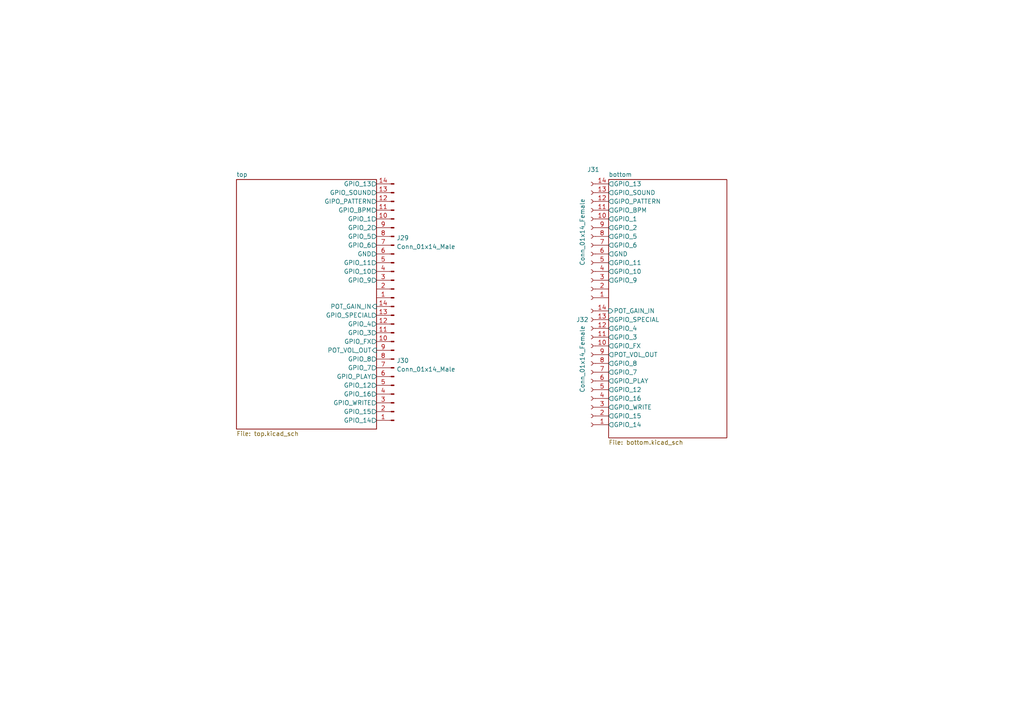
<source format=kicad_sch>
(kicad_sch (version 20211123) (generator eeschema)
  (paper "A4")
  (title_block (title "Pocket Operator MIDI Adapter") (rev "3.4") (company "Hanz Tech Inc"))
  (lib_symbols
    (symbol "Connector:Conn_01x14_Female" (pin_names (offset 1.016) hide)
      (property "Reference" "J" (at 0 17.78 0))
      (property "Value" "Conn_01x14_Female" (at 0 -20.32 0))
      (symbol "Conn_01x14_Female_1_1"
        (arc (start 0 -17.272) (mid -0.508 -17.78) (end 0 -18.288) (stroke (width 0.1524)))
        (arc (start 0 -14.732) (mid -0.508 -15.24) (end 0 -15.748) (stroke (width 0.1524)))
        (arc (start 0 -12.192) (mid -0.508 -12.7) (end 0 -13.208) (stroke (width 0.1524)))
        (arc (start 0 -9.652) (mid -0.508 -10.16) (end 0 -10.668) (stroke (width 0.1524)))
        (arc (start 0 -7.112) (mid -0.508 -7.62) (end 0 -8.128) (stroke (width 0.1524)))
        (arc (start 0 -4.572) (mid -0.508 -5.08) (end 0 -5.588) (stroke (width 0.1524)))
        (arc (start 0 -2.032) (mid -0.508 -2.54) (end 0 -3.048) (stroke (width 0.1524)))
        (polyline (pts (xy -1.27 -17.78) (xy -0.508 -17.78)) (stroke (width 0.1524)))
        (polyline (pts (xy -1.27 -15.24) (xy -0.508 -15.24)) (stroke (width 0.1524)))
        (polyline (pts (xy -1.27 -12.7) (xy -0.508 -12.7)) (stroke (width 0.1524)))
        (polyline (pts (xy -1.27 -10.16) (xy -0.508 -10.16)) (stroke (width 0.1524)))
        (polyline (pts (xy -1.27 -7.62) (xy -0.508 -7.62)) (stroke (width 0.1524)))
        (polyline (pts (xy -1.27 -5.08) (xy -0.508 -5.08)) (stroke (width 0.1524)))
        (polyline (pts (xy -1.27 -2.54) (xy -0.508 -2.54)) (stroke (width 0.1524)))
        (polyline (pts (xy -1.27 0) (xy -0.508 0)) (stroke (width 0.1524)))
        (polyline (pts (xy -1.27 2.54) (xy -0.508 2.54)) (stroke (width 0.1524)))
        (polyline (pts (xy -1.27 5.08) (xy -0.508 5.08)) (stroke (width 0.1524)))
        (polyline (pts (xy -1.27 7.62) (xy -0.508 7.62)) (stroke (width 0.1524)))
        (polyline (pts (xy -1.27 10.16) (xy -0.508 10.16)) (stroke (width 0.1524)))
        (polyline (pts (xy -1.27 12.7) (xy -0.508 12.7)) (stroke (width 0.1524)))
        (polyline (pts (xy -1.27 15.24) (xy -0.508 15.24)) (stroke (width 0.1524)))
        (arc (start 0 0.508) (mid -0.508 0) (end 0 -0.508) (stroke (width 0.1524)))
        (arc (start 0 3.048) (mid -0.508 2.54) (end 0 2.032) (stroke (width 0.1524)))
        (arc (start 0 5.588) (mid -0.508 5.08) (end 0 4.572) (stroke (width 0.1524)))
        (arc (start 0 8.128) (mid -0.508 7.62) (end 0 7.112) (stroke (width 0.1524)))
        (arc (start 0 10.668) (mid -0.508 10.16) (end 0 9.652) (stroke (width 0.1524)))
        (arc (start 0 13.208) (mid -0.508 12.7) (end 0 12.192) (stroke (width 0.1524)))
        (arc (start 0 15.748) (mid -0.508 15.24) (end 0 14.732) (stroke (width 0.1524)))
        (pin passive line (at -5.08 15.24 0) (length 3.81) (name "Pin_1") (number "1"))
        (pin passive line (at -5.08 -7.62 0) (length 3.81) (name "Pin_10") (number "10"))
        (pin passive line (at -5.08 -10.16 0) (length 3.81) (name "Pin_11") (number "11"))
        (pin passive line (at -5.08 -12.7 0) (length 3.81) (name "Pin_12") (number "12"))
        (pin passive line (at -5.08 -15.24 0) (length 3.81) (name "Pin_13") (number "13"))
        (pin passive line (at -5.08 -17.78 0) (length 3.81) (name "Pin_14") (number "14"))
        (pin passive line (at -5.08 12.7 0) (length 3.81) (name "Pin_2") (number "2"))
        (pin passive line (at -5.08 10.16 0) (length 3.81) (name "Pin_3") (number "3"))
        (pin passive line (at -5.08 7.62 0) (length 3.81) (name "Pin_4") (number "4"))
        (pin passive line (at -5.08 5.08 0) (length 3.81) (name "Pin_5") (number "5"))
        (pin passive line (at -5.08 2.54 0) (length 3.81) (name "Pin_6") (number "6"))
        (pin passive line (at -5.08 0 0) (length 3.81) (name "Pin_7") (number "7"))
        (pin passive line (at -5.08 -2.54 0) (length 3.81) (name "Pin_8") (number "8"))
        (pin passive line (at -5.08 -5.08 0) (length 3.81) (name "Pin_9") (number "9"))
      )
    )
    (symbol "Connector:Conn_01x14_Male" (pin_names (offset 1.016) hide)
      (property "Reference" "J" (at 0 17.78 0))
      (property "Value" "Conn_01x14_Male" (at 0 -20.32 0))
      (symbol "Conn_01x14_Male_1_1"
        (polyline (pts (xy 1.27 -17.78) (xy 0.8636 -17.78)) (stroke (width 0.1524)))
        (polyline (pts (xy 1.27 -15.24) (xy 0.8636 -15.24)) (stroke (width 0.1524)))
        (polyline (pts (xy 1.27 -12.7) (xy 0.8636 -12.7)) (stroke (width 0.1524)))
        (polyline (pts (xy 1.27 -10.16) (xy 0.8636 -10.16)) (stroke (width 0.1524)))
        (polyline (pts (xy 1.27 -7.62) (xy 0.8636 -7.62)) (stroke (width 0.1524)))
        (polyline (pts (xy 1.27 -5.08) (xy 0.8636 -5.08)) (stroke (width 0.1524)))
        (polyline (pts (xy 1.27 -2.54) (xy 0.8636 -2.54)) (stroke (width 0.1524)))
        (polyline (pts (xy 1.27 0) (xy 0.8636 0)) (stroke (width 0.1524)))
        (polyline (pts (xy 1.27 2.54) (xy 0.8636 2.54)) (stroke (width 0.1524)))
        (polyline (pts (xy 1.27 5.08) (xy 0.8636 5.08)) (stroke (width 0.1524)))
        (polyline (pts (xy 1.27 7.62) (xy 0.8636 7.62)) (stroke (width 0.1524)))
        (polyline (pts (xy 1.27 10.16) (xy 0.8636 10.16)) (stroke (width 0.1524)))
        (polyline (pts (xy 1.27 12.7) (xy 0.8636 12.7)) (stroke (width 0.1524)))
        (polyline (pts (xy 1.27 15.24) (xy 0.8636 15.24)) (stroke (width 0.1524)))
        (rectangle (start 0.8636 -17.653) (end 0 -17.907) (stroke (width 0.1524)) (fill (type outline)))
        (rectangle (start 0.8636 -15.113) (end 0 -15.367) (stroke (width 0.1524)) (fill (type outline)))
        (rectangle (start 0.8636 -12.573) (end 0 -12.827) (stroke (width 0.1524)) (fill (type outline)))
        (rectangle (start 0.8636 -10.033) (end 0 -10.287) (stroke (width 0.1524)) (fill (type outline)))
        (rectangle (start 0.8636 -7.493) (end 0 -7.747) (stroke (width 0.1524)) (fill (type outline)))
        (rectangle (start 0.8636 -4.953) (end 0 -5.207) (stroke (width 0.1524)) (fill (type outline)))
        (rectangle (start 0.8636 -2.413) (end 0 -2.667) (stroke (width 0.1524)) (fill (type outline)))
        (rectangle (start 0.8636 0.127) (end 0 -0.127) (stroke (width 0.1524)) (fill (type outline)))
        (rectangle (start 0.8636 2.667) (end 0 2.413) (stroke (width 0.1524)) (fill (type outline)))
        (rectangle (start 0.8636 5.207) (end 0 4.953) (stroke (width 0.1524)) (fill (type outline)))
        (rectangle (start 0.8636 7.747) (end 0 7.493) (stroke (width 0.1524)) (fill (type outline)))
        (rectangle (start 0.8636 10.287) (end 0 10.033) (stroke (width 0.1524)) (fill (type outline)))
        (rectangle (start 0.8636 12.827) (end 0 12.573) (stroke (width 0.1524)) (fill (type outline)))
        (rectangle (start 0.8636 15.367) (end 0 15.113) (stroke (width 0.1524)) (fill (type outline)))
        (pin passive line (at 5.08 15.24 180) (length 3.81) (name "Pin_1") (number "1"))
        (pin passive line (at 5.08 -7.62 180) (length 3.81) (name "Pin_10") (number "10"))
        (pin passive line (at 5.08 -10.16 180) (length 3.81) (name "Pin_11") (number "11"))
        (pin passive line (at 5.08 -12.7 180) (length 3.81) (name "Pin_12") (number "12"))
        (pin passive line (at 5.08 -15.24 180) (length 3.81) (name "Pin_13") (number "13"))
        (pin passive line (at 5.08 -17.78 180) (length 3.81) (name "Pin_14") (number "14"))
        (pin passive line (at 5.08 12.7 180) (length 3.81) (name "Pin_2") (number "2"))
        (pin passive line (at 5.08 10.16 180) (length 3.81) (name "Pin_3") (number "3"))
        (pin passive line (at 5.08 7.62 180) (length 3.81) (name "Pin_4") (number "4"))
        (pin passive line (at 5.08 5.08 180) (length 3.81) (name "Pin_5") (number "5"))
        (pin passive line (at 5.08 2.54 180) (length 3.81) (name "Pin_6") (number "6"))
        (pin passive line (at 5.08 0 180) (length 3.81) (name "Pin_7") (number "7"))
        (pin passive line (at 5.08 -2.54 180) (length 3.81) (name "Pin_8") (number "8"))
        (pin passive line (at 5.08 -5.08 180) (length 3.81) (name "Pin_9") (number "9"))
      )
    )
  )
  (symbol (lib_id "Connector:Conn_01x14_Female") (at 171.45 71.12 180) (unit 1)
    (property "Reference" "J31" (at 172.085 49.183 0))
    (property "Value" "Conn_01x14_Female" (at 168.91 67.31 90))
    (property "Footprint" "Connector_PinHeader_2.54mm:PinHeader_1x14_P2.54mm_Vertical" (effects hide))
  )
  (symbol (lib_id "Connector:Conn_01x14_Male") (at 114.3 71.12 180) (unit 1)
    (property "Reference" "J29" (at 115.0112 69.0153 0) (effects (justify right)))
    (property "Value" "Conn_01x14_Male" (at 115.0112 71.5522 0) (effects (justify right)))
    (property "Footprint" "Connector_PinHeader_2.54mm:PinHeader_1x14_P2.54mm_Vertical" (effects hide))
  )
  (symbol (lib_id "Connector:Conn_01x14_Male") (at 114.3 106.68 180) (unit 1)
    (property "Reference" "J30" (at 115.0112 104.5753 0) (effects (justify right)))
    (property "Value" "Conn_01x14_Male" (at 115.0112 107.1122 0) (effects (justify right)))
    (property "Footprint" "Connector_PinHeader_2.54mm:PinHeader_1x14_P2.54mm_Vertical" (effects hide))
  )
  (symbol (lib_id "Connector:Conn_01x14_Female") (at 171.45 107.95 180) (unit 1)
    (property "Reference" "J32" (at 168.91 92.71 0))
    (property "Value" "Conn_01x14_Female" (at 168.91 104.14 90))
    (property "Footprint" "Connector_PinHeader_2.54mm:PinHeader_1x14_P2.54mm_Vertical" (effects hide))
  )
  (sheet (at 68.58 52.07) (size 40.64 72.39)
    (property "Sheet name" "top" (at 68.58 51.3584 0) (effects (justify left bottom)))
    (property "Sheet file" "top.kicad_sch" (at 68.58 125.0446 0) (effects (justify left top)))
    (pin "GPIO_SOUND" output (at 109.22 55.88 0))
    (pin "GIPO_PATTERN" output (at 109.22 58.42 0))
    (pin "GPIO_BPM" output (at 109.22 60.96 0))
    (pin "GPIO_1" output (at 109.22 63.5 0))
    (pin "GPIO_2" output (at 109.22 66.04 0))
    (pin "GPIO_5" output (at 109.22 68.58 0))
    (pin "GPIO_6" output (at 109.22 71.12 0))
    (pin "GND" output (at 109.22 73.66 0))
    (pin "GPIO_SPECIAL" output (at 109.22 91.44 0))
    (pin "GPIO_4" output (at 109.22 93.98 0))
    (pin "GPIO_3" output (at 109.22 96.52 0))
    (pin "GPIO_FX" output (at 109.22 99.06 0))
    (pin "GPIO_8" output (at 109.22 104.14 0))
    (pin "GPIO_7" output (at 109.22 106.68 0))
    (pin "GPIO_PLAY" output (at 109.22 109.22 0))
    (pin "GPIO_12" output (at 109.22 111.76 0))
    (pin "GPIO_11" output (at 109.22 76.2 0))
    (pin "GPIO_10" output (at 109.22 78.74 0))
    (pin "GPIO_9" output (at 109.22 81.28 0))
    (pin "GPIO_13" output (at 109.22 53.34 0))
    (pin "GPIO_16" output (at 109.22 114.3 0))
    (pin "GPIO_WRITE" output (at 109.22 116.84 0))
    (pin "GPIO_15" output (at 109.22 119.38 0))
    (pin "GPIO_14" output (at 109.22 121.92 0))
    (pin "POT_VOL_OUT" input (at 109.22 101.6 0))
    (pin "POT_GAIN_IN" input (at 109.22 88.9 0))
  )
  (sheet (at 176.53 52.07) (size 34.29 74.93)
    (property "Sheet name" "bottom" (at 176.53 51.3584 0) (effects (justify left bottom)))
    (property "Sheet file" "bottom.kicad_sch" (at 176.53 127.5846 0) (effects (justify left top)))
    (pin "GPIO_SOUND" output (at 176.53 55.88 180))
    (pin "GIPO_PATTERN" output (at 176.53 58.42 180))
    (pin "GPIO_BPM" output (at 176.53 60.96 180))
    (pin "GPIO_1" output (at 176.53 63.5 180))
    (pin "GPIO_2" output (at 176.53 66.04 180))
    (pin "GPIO_5" output (at 176.53 68.58 180))
    (pin "GPIO_6" output (at 176.53 71.12 180))
    (pin "GND" output (at 176.53 73.66 180))
    (pin "GPIO_SPECIAL" output (at 176.53 92.71 180))
    (pin "GPIO_3" output (at 176.53 97.79 180))
    (pin "GPIO_FX" output (at 176.53 100.33 180))
    (pin "GPIO_8" output (at 176.53 105.41 180))
    (pin "GPIO_7" output (at 176.53 107.95 180))
    (pin "GPIO_PLAY" output (at 176.53 110.49 180))
    (pin "GPIO_12" output (at 176.53 113.03 180))
    (pin "GPIO_11" output (at 176.53 76.2 180))
    (pin "GPIO_10" output (at 176.53 78.74 180))
    (pin "GPIO_9" output (at 176.53 81.28 180))
    (pin "GPIO_13" output (at 176.53 53.34 180))
    (pin "GPIO_16" output (at 176.53 115.57 180))
    (pin "GPIO_WRITE" output (at 176.53 118.11 180))
    (pin "GPIO_15" output (at 176.53 120.65 180))
    (pin "GPIO_14" output (at 176.53 123.19 180))
    (pin "GPIO_4" output (at 176.53 95.25 180))
    (pin "POT_VOL_OUT" output (at 176.53 102.87 180))
    (pin "POT_GAIN_IN" input (at 176.53 90.17 180))
  )
)
</source>
